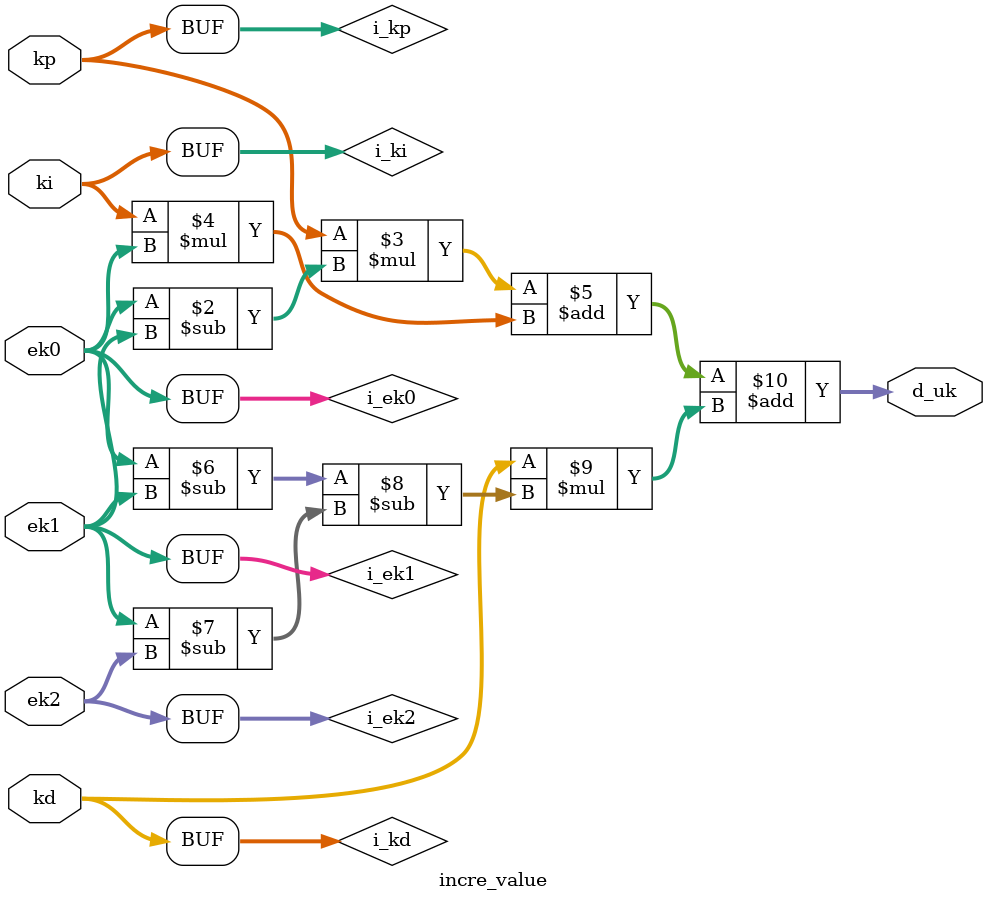
<source format=v>
module  incre_value(
	input [9:0] ek0,                                             // e(k)
	input [9:0] ek1,                                             // e(k-1)
	input [9:0] ek2,                                             // e(k-2)
	input [3:0] kp,                                              // proportional coefficient
	input [3:0] ki,                                              // integral coefficient
	input [3:0] kd,                                              // differential coefficient
	output wire signed [14:0] d_uk                               // pid increment
);
 
 reg signed [9:0] i_ek0;
 reg signed [9:0] i_ek1;
 reg signed [9:0] i_ek2;
 
 reg [3:0] i_kp;
 reg [3:0] i_ki;
 reg [3:0] i_kd;
 
 always @(*)
 begin
 
 i_ek0 =  ek0;
 i_ek1 =  ek1;
 i_ek2 =  ek2;
 
 i_kp =  kp;
 i_ki =  ki;
 i_kd =  kd;
 
 end
 
 
 assign d_uk = i_kp*(i_ek0 -i_ek1) + i_ki*i_ek0 + i_kd*((i_ek0-i_ek1)-(i_ek1-i_ek2));   // calculate pid increment
 
endmodule
</source>
